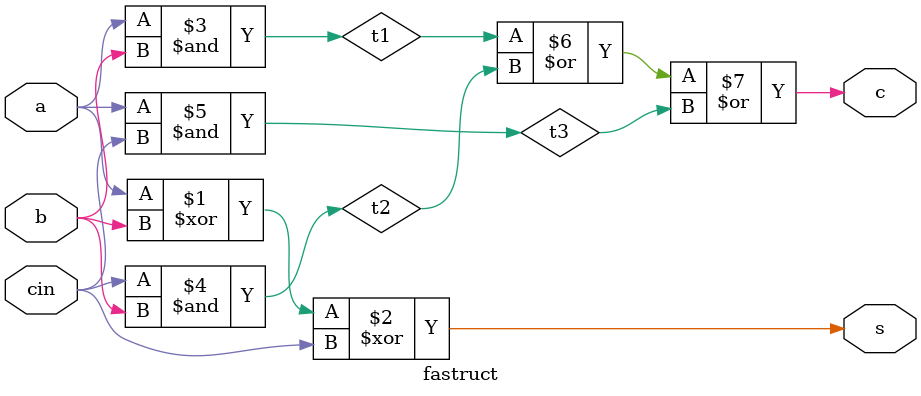
<source format=v>
module fastruct(a,b,cin,s,c);
input a,b,cin;
output s,c;
wire t1,t2,t3;
xor(s,a,b,cin);
and(t1,a,b);
and(t2,cin,b);
and(t3,a,cin);
or(c,t1,t2,t3);
endmodule

</source>
